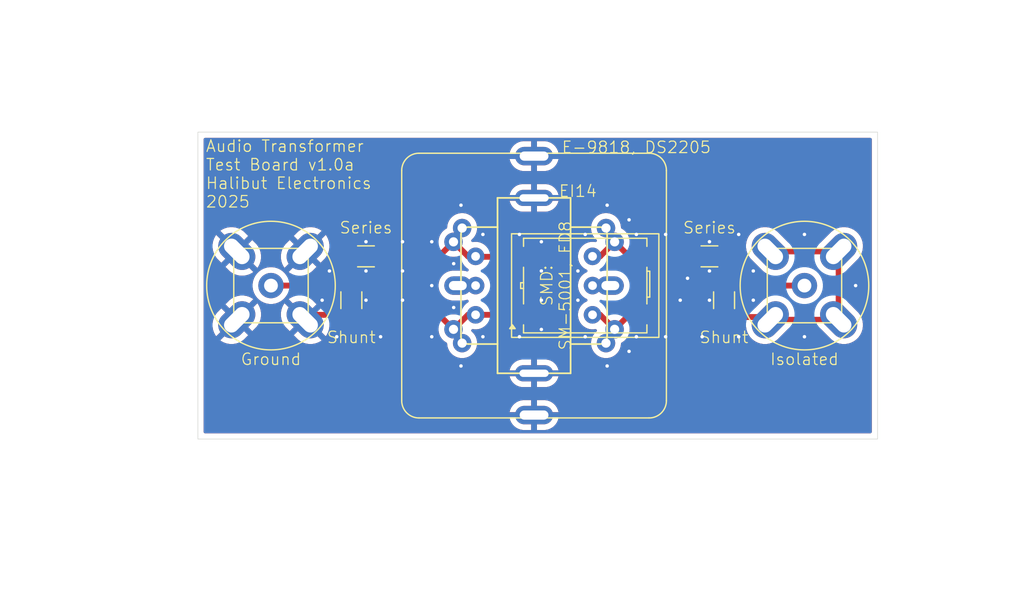
<source format=kicad_pcb>
(kicad_pcb (version 20241229) (generator "pcbnew") (generator_version "9.0")
  (layers (0 "F.Cu" signal) (2 "B.Cu" signal) (13 "F.Paste" user) (15 "B.Paste" user) (5 "F.SilkS" user "F.Silkscreen") (7 "B.SilkS" user "B.Silkscreen") (1 "F.Mask" user) (3 "B.Mask" user) (25 "Edge.Cuts" user))
  (net 0 "")
  (net 1 "Net-(J1-In)")
  (net 2 "In-")
  (net 3 "Out-")
  (net 4 "Net-(J2-In)")
  (net 5 "In+")
  (net 6 "Out+")
  (net 13 "GND")
  (footprint "Resistor_SMD:R_1206_3216Metric" (layer "F.Cu") (at 111.125 102.87 -90)
    (property "Reference" "R1" (hide yes))
    (property "Value" "~")
    (fp_line (start -0.727064 0.91) (end 0.727064 0.91) (stroke (width 0.12)) (layer "F.SilkS"))
    (fp_line (start -0.727064 -0.91) (end 0.727064 -0.91) (stroke (width 0.12)) (layer "F.SilkS"))
    (pad "1" smd roundrect (at -1.4625 0 270) (size 1.125 1.75) (layers "F.Cu" "F.Mask" "F.Paste") (roundrect_rratio 0.222222) (net 1 "Net-(J1-In)"))
    (pad "2" smd roundrect (at 1.4625 0 270) (size 1.125 1.75) (layers "F.Cu" "F.Mask" "F.Paste") (roundrect_rratio 0.222222) (net 2 "In-"))
  )
  (footprint "Libraries:AudioTransformer_Bourns_SM-LP-5001-CenterTapped" (layer "F.Cu") (at 131.445 101.6)
    (property "Reference" "T3" (hide yes))
    (property "Value" "Bourns SM-5001")
    (fp_rect (start -6.4 -4.5) (end 6.4 4.5) (stroke (width 0.12)) (fill no) (layer "F.SilkS"))
    (pad "1" smd rect (at -6 -2.54) (size 3 1.5) (layers "F.Cu" "F.Mask" "F.Paste") (net 5 "In+"))
    (pad "2" smd rect (at -6 0) (size 3 1.5) (layers "F.Cu" "F.Mask" "F.Paste"))
    (pad "3" smd rect (at -6 2.54) (size 3 1.5) (layers "F.Cu" "F.Mask" "F.Paste") (net 2 "In-"))
    (pad "4" smd rect (at 6 2.54) (size 3 1.5) (layers "F.Cu" "F.Mask" "F.Paste") (net 3 "Out-"))
    (pad "5" smd rect (at 6 0) (size 3 1.5) (layers "F.Cu" "F.Mask" "F.Paste"))
    (pad "6" smd rect (at 6 -2.54) (size 3 1.5) (layers "F.Cu" "F.Mask" "F.Paste") (net 6 "Out+"))
  )
  (footprint "Transformer_SMD:Transformer_ED8_4-Lead_10.5x8mm_P5mm" (layer "F.Cu") (at 131.445 101.6 90)
    (property "Reference" "T1" (hide yes))
    (property "Value" "ED8")
    (fp_line (start 0.25 -5.61) (end -0.25 -5.61) (stroke (width 0.12)) (layer "F.SilkS"))
    (fp_line (start -0.25 -5.61) (end -0.25 -5.36) (stroke (width 0.12)) (layer "F.SilkS"))
    (fp_line (start 4.11 -5.36) (end 3.41 -5.36) (stroke (width 0.12)) (layer "F.SilkS"))
    (fp_line (start 1.59 -5.36) (end -1.59 -5.36) (stroke (width 0.12)) (layer "F.SilkS"))
    (fp_line (start 0.25 -5.36) (end 0.25 -5.61) (stroke (width 0.12)) (layer "F.SilkS"))
    (fp_line (start -4.11 -5.36) (end -3.41 -5.36) (stroke (width 0.12)) (layer "F.SilkS"))
    (fp_line (start 4.11 5.36) (end 4.11 -5.36) (stroke (width 0.12)) (layer "F.SilkS"))
    (fp_line (start 3.41 5.36) (end 4.11 5.36) (stroke (width 0.12)) (layer "F.SilkS"))
    (fp_line (start 1.59 5.36) (end -1.59 5.36) (stroke (width 0.12)) (layer "F.SilkS"))
    (fp_line (start 1.25 5.36) (end 1.25 5.61) (stroke (width 0.12)) (layer "F.SilkS"))
    (fp_line (start -3.41 5.36) (end -4.11 5.36) (stroke (width 0.12)) (layer "F.SilkS"))
    (fp_line (start -4.11 5.36) (end -4.11 -5.36) (stroke (width 0.12)) (layer "F.SilkS"))
    (fp_line (start 1.25 5.61) (end -1 5.61) (stroke (width 0.12)) (layer "F.SilkS"))
    (fp_line (start -1 5.61) (end -1 5.36) (stroke (width 0.12)) (layer "F.SilkS"))
    (fp_poly (pts (xy -3.41 -6.3246) (xy -3.74 -6.0846) (xy -3.74 -6.5646) (xy -3.41 -6.3246)) (stroke (width 0.12)) (fill yes) (layer "F.SilkS"))
    (pad "1" smd roundrect (at -2.5 -6.325 270) (size 1.25 2.55) (layers "F.Cu" "F.Mask" "F.Paste") (net 2 "In-"))
    (pad "2" smd roundrect (at 2.5 -6.325 270) (size 1.25 2.55) (layers "F.Cu" "F.Mask" "F.Paste") (net 5 "In+"))
    (pad "3" smd roundrect (at 2.5 6.325 270) (size 1.25 2.55) (layers "F.Cu" "F.Mask" "F.Paste") (net 6 "Out+"))
    (pad "4" smd roundrect (at -2.5 6.325 270) (size 1.25 2.55) (layers "F.Cu" "F.Mask" "F.Paste") (net 3 "Out-"))
  )
  (footprint "Resistor_SMD:R_1206_3216Metric" (layer "F.Cu") (at 143.51 102.87 -90)
    (property "Reference" "R3" (hide yes))
    (property "Value" "~")
    (fp_line (start -0.727064 0.91) (end 0.727064 0.91) (stroke (width 0.12)) (layer "F.SilkS"))
    (fp_line (start -0.727064 -0.91) (end 0.727064 -0.91) (stroke (width 0.12)) (layer "F.SilkS"))
    (pad "1" smd roundrect (at -1.4625 0 270) (size 1.125 1.75) (layers "F.Cu" "F.Mask" "F.Paste") (roundrect_rratio 0.222222) (net 4 "Net-(J2-In)"))
    (pad "2" smd roundrect (at 1.4625 0 270) (size 1.125 1.75) (layers "F.Cu" "F.Mask" "F.Paste") (roundrect_rratio 0.222222) (net 3 "Out-"))
  )
  (footprint "Libraries:Conn_BNC_or_SMA_Vertical" (layer "F.Cu") (at 104.14 101.6 45)
    (property "Reference" "J1" (hide yes))
    (property "Value" "Input")
    (fp_line (start 0 -4.572) (end -4.572 0) (stroke (width 0.12)) (layer "F.SilkS"))
    (fp_line (start -4.572 0) (end 0 4.572) (stroke (width 0.12)) (layer "F.SilkS"))
    (fp_line (start 4.572 0) (end 0 -4.572) (stroke (width 0.12)) (layer "F.SilkS"))
    (fp_line (start 0 4.572) (end 4.572 0) (stroke (width 0.12)) (layer "F.SilkS"))
    (fp_circle (center 0 0) (end 5.588 0) (stroke (width 0.12)) (fill no) (layer "F.SilkS"))
    (pad "1" thru_hole circle (at 0 0 45) (size 2.2 2.2) (drill 1.2) (layers "*.Cu" "*.Mask") (net 1 "Net-(J1-In)"))
    (pad "2" thru_hole oval (at -4.199999 0 135) (size 2.3 3.6) (drill oval 1.3 2.6) (layers "*.Cu" "*.Mask") (net 13 "GND"))
    (pad "2" thru_hole oval (at 0 -4.199999 45) (size 2.3 3.6) (drill oval 1.3 2.6) (layers "*.Cu" "*.Mask") (net 13 "GND"))
    (pad "2" thru_hole oval (at 0 4.199999 45) (size 2.3 3.6) (drill oval 1.3 2.6) (layers "*.Cu" "*.Mask") (net 13 "GND"))
    (pad "2" thru_hole oval (at 4.199999 0 135) (size 2.3 3.6) (drill oval 1.3 2.6) (layers "*.Cu" "*.Mask") (net 13 "GND"))
  )
  (footprint "Libraries:AudioTransformer E-9818, DS2205" (layer "F.Cu") (at 127 101.6 -90)
    (property "Reference" "T4" (hide yes))
    (property "Value" "E-9818, DS2205")
    (fp_line (start 10 11.5) (end -10 11.5) (stroke (width 0.12)) (layer "F.SilkS"))
    (fp_line (start -11.5 10) (end -11.499999 -10) (stroke (width 0.12)) (layer "F.SilkS"))
    (fp_line (start 11.5 -10) (end 11.5 10) (stroke (width 0.12)) (layer "F.SilkS"))
    (fp_line (start -10 -11.5) (end 10 -11.5) (stroke (width 0.12)) (layer "F.SilkS"))
    (fp_arc (start -10 11.5) (mid -11.06066 11.06066) (end -11.5 10) (stroke (width 0.12)) (layer "F.SilkS"))
    (fp_arc (start 11.5 10) (mid 11.06066 11.06066) (end 10 11.5) (stroke (width 0.12)) (layer "F.SilkS"))
    (fp_arc (start -11.5 -10) (mid -11.06066 -11.06066) (end -10 -11.5) (stroke (width 0.12)) (layer "F.SilkS"))
    (fp_arc (start 10 -11.5) (mid 11.06066 -11.06066) (end 11.5 -10) (stroke (width 0.12)) (layer "F.SilkS"))
    (pad "0" thru_hole oval (at -11.25 0 270) (size 1.6 3.3) (drill oval 0.8 2.5) (layers "*.Cu" "*.Mask") (net 13 "GND"))
    (pad "0" thru_hole oval (at 11.25 0 270) (size 1.6 3.3) (drill oval 0.8 2.5) (layers "*.Cu" "*.Mask") (net 13 "GND"))
    (pad "1" thru_hole circle (at -5 6.25 270) (size 1.6 1.6) (drill 0.8) (layers "*.Cu" "*.Mask") (net 5 "In+"))
    (pad "1" thru_hole circle (at -3.8 7 270) (size 1.6 1.6) (drill 0.8) (layers "*.Cu" "*.Mask") (net 5 "In+"))
    (pad "2" thru_hole oval (at 0 6.625 270) (size 1.6 2.35) (drill oval 0.8 1.55) (layers "*.Cu" "*.Mask"))
    (pad "3" thru_hole circle (at 3.8 7 270) (size 1.6 1.6) (drill 0.8) (layers "*.Cu" "*.Mask") (net 2 "In-"))
    (pad "3" thru_hole circle (at 5 6.25 270) (size 1.6 1.6) (drill 0.8) (layers "*.Cu" "*.Mask") (net 2 "In-"))
    (pad "4" thru_hole circle (at 3.8 -7 270) (size 1.6 1.6) (drill 0.8) (layers "*.Cu" "*.Mask") (net 3 "Out-"))
    (pad "4" thru_hole circle (at 5 -6.25 270) (size 1.6 1.6) (drill 0.8) (layers "*.Cu" "*.Mask") (net 3 "Out-"))
    (pad "5" thru_hole oval (at 0 -6.625 270) (size 1.6 2.35) (drill oval 0.8 1.55) (layers "*.Cu" "*.Mask"))
    (pad "6" thru_hole circle (at -5 -6.25 270) (size 1.6 1.6) (drill 0.8) (layers "*.Cu" "*.Mask") (net 6 "Out+"))
    (pad "6" thru_hole circle (at -3.8 -7 270) (size 1.6 1.6) (drill 0.8) (layers "*.Cu" "*.Mask") (net 6 "Out+"))
  )
  (footprint "Resistor_SMD:R_1206_3216Metric" (layer "F.Cu") (at 142.24 99.06 180)
    (property "Reference" "R4" (hide yes))
    (property "Value" "~")
    (fp_line (start -0.727064 0.91) (end 0.727064 0.91) (stroke (width 0.12)) (layer "F.SilkS"))
    (fp_line (start -0.727064 -0.91) (end 0.727064 -0.91) (stroke (width 0.12)) (layer "F.SilkS"))
    (pad "1" smd roundrect (at -1.4625 0 180) (size 1.125 1.75) (layers "F.Cu" "F.Mask" "F.Paste") (roundrect_rratio 0.222222) (net 4 "Net-(J2-In)"))
    (pad "2" smd roundrect (at 1.4625 0 180) (size 1.125 1.75) (layers "F.Cu" "F.Mask" "F.Paste") (roundrect_rratio 0.222222) (net 6 "Out+"))
  )
  (footprint "NetTie:NetTie-2_SMD_Pad0.5mm" (layer "F.Cu") (at 109.22 104.14)
    (property "Reference" "NT1" (hide yes))
    (property "Value" "NetTie_2" (hide yes))
    (fp_poly (pts (xy -0.5 -0.25) (xy 0.5 -0.25) (xy 0.5 0.25) (xy -0.5 0.25)) (fill yes) (layer "F.Cu"))
    (pad "1" smd circle (at -0.5 0) (size 0.5 0.5) (layers "F.Cu") (net 13 "GND"))
    (pad "2" smd circle (at 0.5 0) (size 0.5 0.5) (layers "F.Cu") (net 2 "In-"))
  )
  (footprint "Resistor_SMD:R_1206_3216Metric" (layer "F.Cu") (at 112.395 99.06)
    (property "Reference" "R2" (hide yes))
    (property "Value" "~")
    (fp_line (start -0.727064 -0.91) (end 0.727064 -0.91) (stroke (width 0.12)) (layer "F.SilkS"))
    (fp_line (start -0.727064 0.91) (end 0.727064 0.91) (stroke (width 0.12)) (layer "F.SilkS"))
    (pad "1" smd roundrect (at -1.4625 0) (size 1.125 1.75) (layers "F.Cu" "F.Mask" "F.Paste") (roundrect_rratio 0.222222) (net 1 "Net-(J1-In)"))
    (pad "2" smd roundrect (at 1.4625 0) (size 1.125 1.75) (layers "F.Cu" "F.Mask" "F.Paste") (roundrect_rratio 0.222222) (net 5 "In+"))
  )
  (footprint "Libraries:Conn_BNC_or_SMA_Vertical" (layer "F.Cu") (at 150.495 101.6 45)
    (property "Reference" "J2" (hide yes))
    (property "Value" "Output")
    (fp_line (start 0 -4.572) (end -4.572 0) (stroke (width 0.12)) (layer "F.SilkS"))
    (fp_line (start -4.572 0) (end 0 4.572) (stroke (width 0.12)) (layer "F.SilkS"))
    (fp_line (start 4.572 0) (end 0 -4.572) (stroke (width 0.12)) (layer "F.SilkS"))
    (fp_line (start 0 4.572) (end 4.572 0) (stroke (width 0.12)) (layer "F.SilkS"))
    (fp_circle (center 0 0) (end 5.588 0) (stroke (width 0.12)) (fill no) (layer "F.SilkS"))
    (pad "1" thru_hole circle (at 0 0 45) (size 2.2 2.2) (drill 1.2) (layers "*.Cu" "*.Mask") (net 4 "Net-(J2-In)"))
    (pad "2" thru_hole oval (at -4.199999 0 135) (size 2.3 3.6) (drill oval 1.3 2.6) (layers "*.Cu" "*.Mask") (net 3 "Out-"))
    (pad "2" thru_hole oval (at 0 -4.199999 45) (size 2.3 3.6) (drill oval 1.3 2.6) (layers "*.Cu" "*.Mask") (net 3 "Out-"))
    (pad "2" thru_hole oval (at 0 4.199999 45) (size 2.3 3.6) (drill oval 1.3 2.6) (layers "*.Cu" "*.Mask") (net 3 "Out-"))
    (pad "2" thru_hole oval (at 4.199999 0 135) (size 2.3 3.6) (drill oval 1.3 2.6) (layers "*.Cu" "*.Mask") (net 3 "Out-"))
  )
  (footprint "Libraries:AudioTransformer" (layer "F.Cu") (at 127 101.6 -90)
    (property "Reference" "T2" (hide yes))
    (property "Value" "EI14")
    (fp_line (start -4.445 6.35) (end 4.445 6.35) (stroke (width 0.15)) (layer "F.SilkS"))
    (fp_line (start 5.08 5.715) (end 5.08 3.175) (stroke (width 0.15)) (layer "F.SilkS"))
    (fp_line (start -7.62 3.175) (end 7.62 3.175) (stroke (width 0.15)) (layer "F.SilkS"))
    (fp_line (start -5.08 3.175) (end -5.08 5.715) (stroke (width 0.15)) (layer "F.SilkS"))
    (fp_line (start 7.62 3.175) (end 7.62 -3.175) (stroke (width 0.15)) (layer "F.SilkS"))
    (fp_line (start -7.62 -3.175) (end -7.62 3.175) (stroke (width 0.15)) (layer "F.SilkS"))
    (fp_line (start -5.08 -3.175) (end -5.08 -5.715) (stroke (width 0.15)) (layer "F.SilkS"))
    (fp_line (start 7.62 -3.175) (end -7.62 -3.175) (stroke (width 0.15)) (layer "F.SilkS"))
    (fp_line (start 5.08 -5.715) (end 5.08 -3.175) (stroke (width 0.15)) (layer "F.SilkS"))
    (fp_line (start -4.445 -6.35) (end 4.445 -6.35) (stroke (width 0.15)) (layer "F.SilkS"))
    (fp_arc (start -4.445 6.35) (mid -4.894013 6.164013) (end -5.08 5.715) (stroke (width 0.15)) (layer "F.SilkS"))
    (fp_arc (start 5.08 5.715) (mid 4.894013 6.164013) (end 4.445 6.35) (stroke (width 0.15)) (layer "F.SilkS"))
    (fp_arc (start -5.08 -5.715) (mid -4.894013 -6.164013) (end -4.445 -6.35) (stroke (width 0.15)) (layer "F.SilkS"))
    (fp_arc (start 4.445 -6.35) (mid 4.894013 -6.164013) (end 5.08 -5.715) (stroke (width 0.15)) (layer "F.SilkS"))
    (pad "0" thru_hole oval (at -7.62 0 270) (size 1.397 3.302) (drill oval 0.635 2.54) (layers "*.Cu" "*.Mask") (net 13 "GND"))
    (pad "0" thru_hole oval (at 7.62 0 270) (size 1.397 3.302) (drill oval 0.635 2.54) (layers "*.Cu" "*.Mask") (net 13 "GND"))
    (pad "1" thru_hole circle (at -2.54 5.08 270) (size 1.524 1.524) (drill 0.762) (layers "*.Cu" "*.Mask") (net 5 "In+"))
    (pad "2" thru_hole circle (at 0 5.08 270) (size 1.524 1.524) (drill 0.762) (layers "*.Cu" "*.Mask"))
    (pad "3" thru_hole circle (at 2.54 5.08 270) (size 1.524 1.524) (drill 0.762) (layers "*.Cu" "*.Mask") (net 2 "In-"))
    (pad "4" thru_hole circle (at 2.54 -5.08 270) (size 1.524 1.524) (drill 0.762) (layers "*.Cu" "*.Mask") (net 3 "Out-"))
    (pad "5" thru_hole circle (at 0 -5.08 270) (size 1.524 1.524) (drill 0.762) (layers "*.Cu" "*.Mask"))
    (pad "6" thru_hole circle (at -2.54 -5.08 270) (size 1.524 1.524) (drill 0.762) (layers "*.Cu" "*.Mask") (net 6 "Out+"))
  )
  (gr_rect (start 97.79 88.265) (end 156.845 114.935) (stroke (width 0.05)) (fill no) (layer "Edge.Cuts"))
  (gr_text "SMD:\nSM-5001, ED8" (at 128.905 101.6 90) (layer "F.SilkS") (effects (font (size 1 1) (thickness 0.1))))
  (gr_text "Shunt" (at 143.51 106.68 0) (layer "F.SilkS") (effects (font (size 1 1) (thickness 0.1)) (justify bottom)))
  (gr_text "E-9818, DS2205" (at 135.89 90.17 0) (layer "F.SilkS") (effects (font (size 1 1) (thickness 0.1)) (justify bottom)))
  (gr_text "Shunt" (at 111.125 106.68 0) (layer "F.SilkS") (effects (font (size 1 1) (thickness 0.1)) (justify bottom)))
  (gr_text "Ground" (at 104.14 108.585 0) (layer "F.SilkS") (effects (font (size 1 1) (thickness 0.1)) (justify bottom)))
  (gr_text "Series" (at 112.395 97.155 0) (layer "F.SilkS") (effects (font (size 1 1) (thickness 0.1)) (justify bottom)))
  (gr_text "Audio Transformer \nTest Board v1.0a\nHalibut Electronics\n2025" (at 98.425 88.9 0) (layer "F.SilkS") (effects (font (size 1 1) (thickness 0.1)) (justify left top)))
  (gr_text "EI14" (at 130.81 93.98 0) (layer "F.SilkS") (effects (font (size 1 1) (thickness 0.1)) (justify bottom)))
  (gr_text "Series" (at 142.24 97.155 0) (layer "F.SilkS") (effects (font (size 1 1) (thickness 0.1)) (justify bottom)))
  (gr_text "Isolated" (at 150.495 108.585 0) (layer "F.SilkS") (effects (font (size 1 1) (thickness 0.1)) (justify bottom)))
  (segment (start 104.14 101.6) (end 110.9325 101.6) (width 0.508) (layer "F.Cu") (net 1))
  (segment (start 110.9325 101.6) (end 111.125 101.4075) (width 0.508) (layer "F.Cu") (net 1))
  (segment (start 110.9325 101.215) (end 111.125 101.4075) (width 0.508) (layer "F.Cu") (net 1))
  (segment (start 110.9325 99.06) (end 110.9325 101.215) (width 0.508) (layer "F.Cu") (net 1))
  (segment (start 121.26 104.14) (end 120 105.4) (width 0.508) (layer "F.Cu") (net 2))
  (segment (start 121.92 104.14) (end 121.26 104.14) (width 0.508) (layer "F.Cu") (net 2))
  (segment (start 118.9325 104.3325) (end 120 105.4) (width 0.508) (layer "F.Cu") (net 2))
  (segment (start 110.9325 104.14) (end 111.125 104.3325) (width 0.508) (layer "F.Cu") (net 2))
  (segment (start 121.92 104.14) (end 125.445 104.14) (width 0.508) (layer "F.Cu") (net 2))
  (segment (start 109.72 104.14) (end 110.9325 104.14) (width 0.508) (layer "F.Cu") (net 2))
  (segment (start 111.125 104.3325) (end 118.9325 104.3325) (width 0.508) (layer "F.Cu") (net 2))
  (segment (start 132.08 104.14) (end 132.74 104.14) (width 0.508) (layer "F.Cu") (net 3))
  (segment (start 135.26 104.14) (end 134 105.4) (width 0.508) (layer "F.Cu") (net 3))
  (segment (start 143.51 104.3325) (end 147.287804 104.3325) (width 0.508) (layer "F.Cu") (net 3))
  (segment (start 137.445 104.14) (end 135.26 104.14) (width 0.508) (layer "F.Cu") (net 3))
  (segment (start 137.445 104.14) (end 143.3175 104.14) (width 0.508) (layer "F.Cu") (net 3))
  (segment (start 147.287804 104.3325) (end 147.525152 104.569848) (width 0.508) (layer "F.Cu") (net 3))
  (segment (start 153.464848 98.630152) (end 147.525152 98.630152) (width 0.508) (layer "F.Cu") (net 3))
  (segment (start 153.464848 104.569848) (end 153.464848 98.630152) (width 0.508) (layer "F.Cu") (net 3))
  (segment (start 132.74 104.14) (end 134 105.4) (width 0.508) (layer "F.Cu") (net 3))
  (segment (start 147.525152 104.569848) (end 153.464848 104.569848) (width 0.508) (layer "F.Cu") (net 3))
  (segment (start 143.3175 104.14) (end 143.51 104.3325) (width 0.508) (layer "F.Cu") (net 3))
  (segment (start 150.495 101.6) (end 143.7025 101.6) (width 0.508) (layer "F.Cu") (net 4))
  (segment (start 143.7025 101.215) (end 143.51 101.4075) (width 0.508) (layer "F.Cu") (net 4))
  (segment (start 143.7025 99.06) (end 143.7025 101.215) (width 0.508) (layer "F.Cu") (net 4))
  (segment (start 143.7025 101.6) (end 143.51 101.4075) (width 0.508) (layer "F.Cu") (net 4))
  (segment (start 121.92 99.06) (end 121.26 99.06) (width 0.508) (layer "F.Cu") (net 5))
  (segment (start 121.26 99.06) (end 120 97.8) (width 0.508) (layer "F.Cu") (net 5))
  (segment (start 121.96 99.1) (end 121.92 99.06) (width 0.508) (layer "F.Cu") (net 5))
  (segment (start 118.74 99.06) (end 120 97.8) (width 0.508) (layer "F.Cu") (net 5))
  (segment (start 125.12 99.1) (end 121.96 99.1) (width 0.508) (layer "F.Cu") (net 5))
  (segment (start 113.8575 99.06) (end 118.74 99.06) (width 0.508) (layer "F.Cu") (net 5))
  (segment (start 137.81 99.06) (end 137.77 99.1) (width 0.508) (layer "F.Cu") (net 6))
  (segment (start 140.7775 99.06) (end 137.81 99.06) (width 0.508) (layer "F.Cu") (net 6))
  (segment (start 137.445 99.06) (end 135.26 99.06) (width 0.508) (layer "F.Cu") (net 6))
  (segment (start 135.26 99.06) (end 134 97.8) (width 0.508) (layer "F.Cu") (net 6))
  (segment (start 132.08 99.06) (end 132.74 99.06) (width 0.508) (layer "F.Cu") (net 6))
  (segment (start 132.74 99.06) (end 134 97.8) (width 0.508) (layer "F.Cu") (net 6))
  (segment (start 108.72 104.14) (end 107.539696 104.14) (width 0.508) (layer "F.Cu") (net 13))
  (segment (start 107.539696 104.14) (end 107.109848 104.569848) (width 0.508) (layer "F.Cu") (net 13))
  (via (at 135.255 107.315) (size 0.6) (drill 0.3) (layers "F.Cu" "B.Cu") (net 13))
  (via (at 144.78 106.045) (size 0.6) (drill 0.3) (layers "F.Cu" "B.Cu") (net 13))
  (via (at 109.22 100.33) (size 0.6) (drill 0.3) (layers "F.Cu" "B.Cu") (net 13))
  (via (at 118.11 97.79) (size 0.6) (drill 0.3) (layers "F.Cu" "B.Cu") (net 13))
  (via (at 112.395 97.79) (size 0.6) (drill 0.3) (layers "F.Cu" "B.Cu") (net 13))
  (via (at 144.78 97.155) (size 0.6) (drill 0.3) (layers "F.Cu" "B.Cu") (net 13))
  (via (at 142.24 97.79) (size 0.6) (drill 0.3) (layers "F.Cu" "B.Cu") (net 13))
  (via (at 140.335 100.965) (size 0.6) (drill 0.3) (layers "F.Cu" "B.Cu") (net 13))
  (via (at 108.585 102.87) (size 0.6) (drill 0.3) (layers "F.Cu" "B.Cu") (net 13))
  (via (at 131.445 97.155) (size 0.6) (drill 0.3) (layers "F.Cu" "B.Cu") (net 13))
  (via (at 120.65 108.585) (size 0.6) (drill 0.3) (layers "F.Cu" "B.Cu") (net 13))
  (via (at 131.445 106.045) (size 0.6) (drill 0.3) (layers "F.Cu" "B.Cu") (net 13))
  (via (at 139.7 102.87) (size 0.6) (drill 0.3) (layers "F.Cu" "B.Cu") (net 13))
  (via (at 120.015 99.695) (size 0.6) (drill 0.3) (layers "F.Cu" "B.Cu") (net 13))
  (via (at 142.24 102.87) (size 0.6) (drill 0.3) (layers "F.Cu" "B.Cu") (net 13))
  (via (at 127.635 97.79) (size 0.6) (drill 0.3) (layers "F.Cu" "B.Cu") (net 13))
  (via (at 120.015 103.505) (size 0.6) (drill 0.3) (layers "F.Cu" "B.Cu") (net 13))
  (via (at 113.665 106.045) (size 0.6) (drill 0.3) (layers "F.Cu" "B.Cu") (net 13))
  (via (at 127.635 100.33) (size 0.6) (drill 0.3) (layers "F.Cu" "B.Cu") (net 13))
  (via (at 115.57 102.87) (size 0.6) (drill 0.3) (layers "F.Cu" "B.Cu") (net 13))
  (via (at 120.65 94.615) (size 0.6) (drill 0.3) (layers "F.Cu" "B.Cu") (net 13))
  (via (at 138.43 97.155) (size 0.6) (drill 0.3) (layers "F.Cu" "B.Cu") (net 13))
  (via (at 127.635 102.87) (size 0.6) (drill 0.3) (layers "F.Cu" "B.Cu") (net 13))
  (via (at 112.395 102.87) (size 0.6) (drill 0.3) (layers "F.Cu" "B.Cu") (net 13))
  (via (at 130.81 102.87) (size 0.6) (drill 0.3) (layers "F.Cu" "B.Cu") (net 13))
  (via (at 118.11 101.6) (size 0.6) (drill 0.3) (layers "F.Cu" "B.Cu") (net 13))
  (via (at 154.94 101.6) (size 0.6) (drill 0.3) (layers "F.Cu" "B.Cu") (net 13))
  (via (at 135.89 97.155) (size 0.6) (drill 0.3) (layers "F.Cu" "B.Cu") (net 13))
  (via (at 141.605 106.045) (size 0.6) (drill 0.3) (layers "F.Cu" "B.Cu") (net 13))
  (via (at 130.81 100.33) (size 0.6) (drill 0.3) (layers "F.Cu" "B.Cu") (net 13))
  (via (at 118.11 106.045) (size 0.6) (drill 0.3) (layers "F.Cu" "B.Cu") (net 13))
  (via (at 127.635 105.41) (size 0.6) (drill 0.3) (layers "F.Cu" "B.Cu") (net 13))
  (via (at 146.05 102.87) (size 0.6) (drill 0.3) (layers "F.Cu" "B.Cu") (net 13))
  (via (at 125.73 106.045) (size 0.6) (drill 0.3) (layers "F.Cu" "B.Cu") (net 13))
  (via (at 109.855 106.045) (size 0.6) (drill 0.3) (layers "F.Cu" "B.Cu") (net 13))
  (via (at 133.35 94.615) (size 0.6) (drill 0.3) (layers "F.Cu" "B.Cu") (net 13))
  (via (at 146.05 100.33) (size 0.6) (drill 0.3) (layers "F.Cu" "B.Cu") (net 13))
  (via (at 133.35 108.585) (size 0.6) (drill 0.3) (layers "F.Cu" "B.Cu") (net 13))
  (via (at 115.57 100.33) (size 0.6) (drill 0.3) (layers "F.Cu" "B.Cu") (net 13))
  (via (at 125.73 97.155) (size 0.6) (drill 0.3) (layers "F.Cu" "B.Cu") (net 13))
  (via (at 112.395 100.33) (size 0.6) (drill 0.3) (layers "F.Cu" "B.Cu") (net 13))
  (via (at 122.555 106.045) (size 0.6) (drill 0.3) (layers "F.Cu" "B.Cu") (net 13))
  (via (at 142.24 100.33) (size 0.6) (drill 0.3) (layers "F.Cu" "B.Cu") (net 13))
  (via (at 122.555 97.155) (size 0.6) (drill 0.3) (layers "F.Cu" "B.Cu") (net 13))
  (via (at 150.495 97.155) (size 0.6) (drill 0.3) (layers "F.Cu" "B.Cu") (net 13))
  (via (at 135.255 95.885) (size 0.6) (drill 0.3) (layers "F.Cu" "B.Cu") (net 13))
  (via (at 135.89 106.045) (size 0.6) (drill 0.3) (layers "F.Cu" "B.Cu") (net 13))
  (via (at 115.57 97.79) (size 0.6) (drill 0.3) (layers "F.Cu" "B.Cu") (net 13))
  (via (at 138.43 106.045) (size 0.6) (drill 0.3) (layers "F.Cu" "B.Cu") (net 13))
  (via (at 150.495 106.045) (size 0.6) (drill 0.3) (layers "F.Cu" "B.Cu") (net 13))
  (zone (net 13) (net_name "GND") (layers "F.Cu" "B.Cu") (connect_pads (clearance 0.5)) (min_thickness 0.25) (fill yes (thermal_gap 0.5) (thermal_bridge_width 0.5))
    (polygon (pts (xy 91.44 87.63) (xy 163.83 87.63) (xy 163.83 115.57) (xy 91.44 115.57)))
  )
)
</source>
